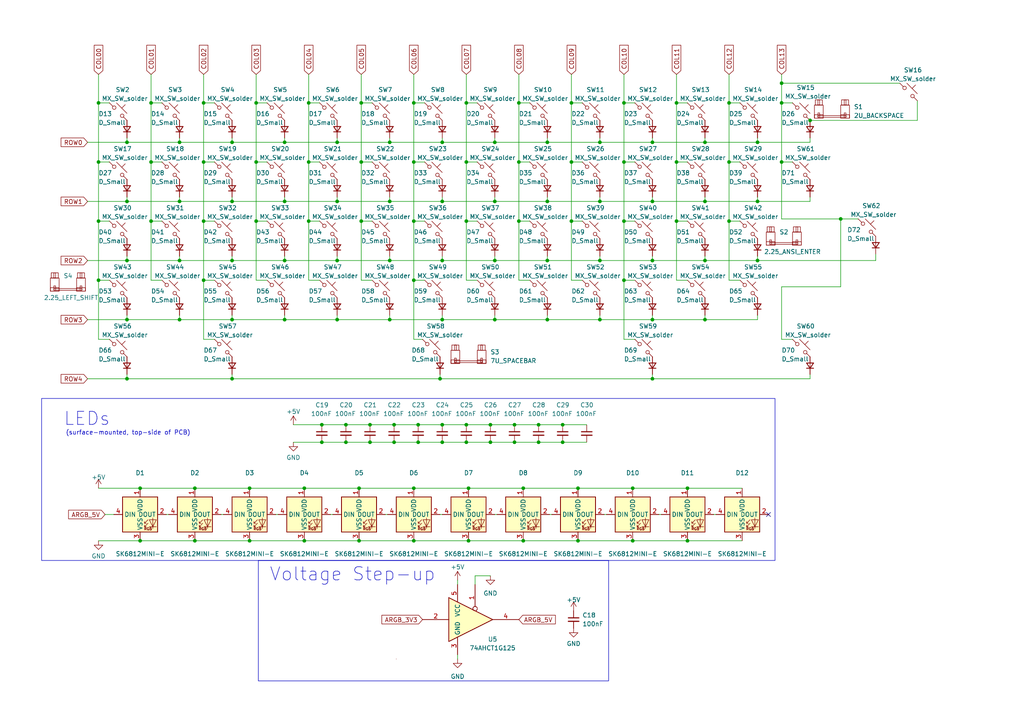
<source format=kicad_sch>
(kicad_sch (version 20230121) (generator eeschema)
  (paper "A4")
  (junction (at 52.07 92.71))
  (junction (at 97.79 58.42))
  (junction (at 113.03 92.71))
  (junction (at 89.535 64.135))
  (junction (at 128.27 75.565))
  (junction (at 173.99 92.71))
  (junction (at 97.79 92.71))
  (junction (at 104.14 141.605))
  (junction (at 28.575 81.28))
  (junction (at 150.495 46.99))
  (junction (at 72.39 141.605))
  (junction (at 113.03 75.565))
  (junction (at 114.3 123.19))
  (junction (at 56.515 156.845))
  (junction (at 165.735 64.135))
  (junction (at 158.75 58.42))
  (junction (at 135.255 123.19))
  (junction (at 104.14 156.845))
  (junction (at 36.83 92.71))
  (junction (at 142.24 128.27))
  (junction (at 150.495 29.845))
  (junction (at 52.07 75.565))
  (junction (at 36.83 109.855))
  (junction (at 143.51 58.42))
  (junction (at 52.07 58.42))
  (junction (at 82.55 92.71))
  (junction (at 52.07 41.275))
  (junction (at 93.345 128.27))
  (junction (at 219.71 41.275))
  (junction (at 97.79 41.275))
  (junction (at 113.03 58.42))
  (junction (at 204.47 41.275))
  (junction (at 151.765 141.605))
  (junction (at 43.815 64.135))
  (junction (at 40.64 156.845))
  (junction (at 219.71 75.565))
  (junction (at 199.39 156.845))
  (junction (at 43.815 29.845))
  (junction (at 121.285 123.19))
  (junction (at 88.265 156.845))
  (junction (at 128.27 41.275))
  (junction (at 67.31 58.42))
  (junction (at 156.21 123.19))
  (junction (at 163.195 123.19))
  (junction (at 128.27 128.27))
  (junction (at 165.735 29.845))
  (junction (at 74.295 64.135))
  (junction (at 59.055 29.845))
  (junction (at 74.295 29.845))
  (junction (at 183.515 156.845))
  (junction (at 28.575 46.99))
  (junction (at 211.455 64.135))
  (junction (at 150.495 64.135))
  (junction (at 211.455 46.99))
  (junction (at 173.99 75.565))
  (junction (at 120.015 29.845))
  (junction (at 199.39 141.605))
  (junction (at 100.33 123.19))
  (junction (at 196.215 46.99))
  (junction (at 189.23 41.275))
  (junction (at 43.815 46.99))
  (junction (at 156.21 128.27))
  (junction (at 67.31 92.71))
  (junction (at 219.71 58.42))
  (junction (at 196.215 29.845))
  (junction (at 180.975 29.845))
  (junction (at 82.55 75.565))
  (junction (at 173.99 41.275))
  (junction (at 149.225 128.27))
  (junction (at 149.225 123.19))
  (junction (at 180.975 81.28))
  (junction (at 100.33 128.27))
  (junction (at 165.735 46.99))
  (junction (at 107.315 128.27))
  (junction (at 59.055 46.99))
  (junction (at 226.695 24.13))
  (junction (at 56.515 141.605))
  (junction (at 189.23 92.71))
  (junction (at 120.015 46.99))
  (junction (at 173.99 58.42))
  (junction (at 113.03 41.275))
  (junction (at 167.64 156.845))
  (junction (at 82.55 58.42))
  (junction (at 120.015 141.605))
  (junction (at 59.055 64.135))
  (junction (at 67.31 75.565))
  (junction (at 104.775 46.99))
  (junction (at 107.315 123.19))
  (junction (at 82.55 41.275))
  (junction (at 204.47 58.42))
  (junction (at 135.255 64.135))
  (junction (at 180.975 64.135))
  (junction (at 127.635 109.855))
  (junction (at 234.95 34.925))
  (junction (at 163.195 128.27))
  (junction (at 120.015 156.845))
  (junction (at 59.055 81.28))
  (junction (at 143.51 75.565))
  (junction (at 74.295 46.99))
  (junction (at 189.23 109.855))
  (junction (at 72.39 156.845))
  (junction (at 40.64 141.605))
  (junction (at 36.83 75.565))
  (junction (at 151.765 156.845))
  (junction (at 204.47 92.71))
  (junction (at 204.47 75.565))
  (junction (at 142.24 123.19))
  (junction (at 189.23 75.565))
  (junction (at 128.27 123.19))
  (junction (at 36.83 58.42))
  (junction (at 120.015 64.135))
  (junction (at 143.51 92.71))
  (junction (at 226.695 46.99))
  (junction (at 104.775 64.135))
  (junction (at 67.31 41.275))
  (junction (at 120.015 81.28))
  (junction (at 243.84 63.5))
  (junction (at 104.775 29.845))
  (junction (at 28.575 64.135))
  (junction (at 226.695 29.845))
  (junction (at 158.75 75.565))
  (junction (at 135.89 141.605))
  (junction (at 158.75 92.71))
  (junction (at 183.515 141.605))
  (junction (at 180.975 46.99))
  (junction (at 114.3 128.27))
  (junction (at 135.255 46.99))
  (junction (at 89.535 46.99))
  (junction (at 135.255 128.27))
  (junction (at 128.27 92.71))
  (junction (at 89.535 29.845))
  (junction (at 128.27 58.42))
  (junction (at 28.575 29.845))
  (junction (at 88.265 141.605))
  (junction (at 143.51 41.275))
  (junction (at 93.345 123.19))
  (junction (at 211.455 29.845))
  (junction (at 36.83 41.275))
  (junction (at 167.64 141.605))
  (junction (at 196.215 64.135))
  (junction (at 97.79 75.565))
  (junction (at 135.89 156.845))
  (junction (at 158.75 41.275))
  (junction (at 135.255 29.845))
  (junction (at 121.285 128.27))
  (junction (at 67.31 109.855))
  (junction (at 189.23 58.42))
  (no_connect (at 222.885 149.225))
  (wire (pts (xy 28.575 81.28) (xy 31.75 81.28)))
  (wire (pts (xy 165.735 64.135) (xy 168.91 64.135)))
  (wire (pts (xy 127.635 108.585) (xy 127.635 109.855)))
  (wire (pts (xy 120.015 64.135) (xy 120.015 81.28)))
  (wire (pts (xy 89.535 29.845) (xy 89.535 46.99)))
  (wire (pts (xy 266.065 29.21) (xy 266.065 34.925)))
  (wire (pts (xy 150.495 21.59) (xy 150.495 29.845)))
  (wire (pts (xy 156.21 128.27) (xy 163.195 128.27)))
  (wire (pts (xy 25.4 41.275) (xy 36.83 41.275)))
  (wire (pts (xy 59.055 81.28) (xy 62.23 81.28)))
  (wire (pts (xy 52.07 91.44) (xy 52.07 92.71)))
  (wire (pts (xy 211.455 64.135) (xy 214.63 64.135)))
  (wire (pts (xy 135.255 123.19) (xy 142.24 123.19)))
  (wire (pts (xy 120.015 29.845) (xy 120.015 46.99)))
  (wire (pts (xy 128.27 41.275) (xy 143.51 41.275)))
  (wire (pts (xy 226.695 63.5) (xy 243.84 63.5)))
  (wire (pts (xy 28.575 46.99) (xy 31.75 46.99)))
  (wire (pts (xy 219.71 92.71) (xy 219.71 91.44)))
  (wire (pts (xy 89.535 21.59) (xy 89.535 29.845)))
  (wire (pts (xy 204.47 40.005) (xy 204.47 41.275)))
  (wire (pts (xy 64.135 149.225) (xy 64.77 149.225)))
  (wire (pts (xy 89.535 46.99) (xy 92.71 46.99)))
  (wire (pts (xy 28.575 29.845) (xy 28.575 46.99)))
  (wire (pts (xy 67.31 40.005) (xy 67.31 41.275)))
  (wire (pts (xy 111.76 149.225) (xy 112.395 149.225)))
  (wire (pts (xy 82.55 41.275) (xy 97.79 41.275)))
  (wire (pts (xy 173.99 40.005) (xy 173.99 41.275)))
  (wire (pts (xy 97.79 92.71) (xy 113.03 92.71)))
  (wire (pts (xy 52.07 75.565) (xy 67.31 75.565)))
  (wire (pts (xy 266.065 34.925) (xy 234.95 34.925)))
  (wire (pts (xy 135.255 81.28) (xy 138.43 81.28)))
  (wire (pts (xy 142.24 123.19) (xy 149.225 123.19)))
  (wire (pts (xy 28.575 64.135) (xy 31.75 64.135)))
  (wire (pts (xy 43.815 46.99) (xy 43.815 64.135)))
  (wire (pts (xy 36.83 40.005) (xy 36.83 41.275)))
  (wire (pts (xy 121.285 123.19) (xy 128.27 123.19)))
  (wire (pts (xy 107.315 123.19) (xy 114.3 123.19)))
  (wire (pts (xy 85.09 128.27) (xy 93.345 128.27)))
  (wire (pts (xy 104.775 29.845) (xy 107.95 29.845)))
  (wire (pts (xy 180.975 64.135) (xy 180.975 81.28)))
  (wire (pts (xy 165.735 29.845) (xy 168.91 29.845)))
  (wire (pts (xy 180.975 46.99) (xy 180.975 64.135)))
  (wire (pts (xy 100.33 123.19) (xy 107.315 123.19)))
  (wire (pts (xy 150.495 29.845) (xy 150.495 46.99)))
  (wire (pts (xy 72.39 156.845) (xy 88.265 156.845)))
  (wire (pts (xy 211.455 46.99) (xy 211.455 64.135)))
  (wire (pts (xy 196.215 29.845) (xy 199.39 29.845)))
  (wire (pts (xy 43.815 64.135) (xy 43.815 81.28)))
  (wire (pts (xy 165.735 46.99) (xy 165.735 64.135)))
  (wire (pts (xy 135.255 64.135) (xy 135.255 81.28)))
  (wire (pts (xy 93.345 123.19) (xy 100.33 123.19)))
  (wire (pts (xy 189.23 74.295) (xy 189.23 75.565)))
  (wire (pts (xy 28.575 46.99) (xy 28.575 64.135)))
  (wire (pts (xy 36.83 75.565) (xy 52.07 75.565)))
  (wire (pts (xy 120.015 29.845) (xy 123.19 29.845)))
  (wire (pts (xy 104.775 46.99) (xy 107.95 46.99)))
  (wire (pts (xy 204.47 92.71) (xy 219.71 92.71)))
  (wire (pts (xy 135.89 156.845) (xy 151.765 156.845)))
  (wire (pts (xy 196.215 64.135) (xy 196.215 81.28)))
  (wire (pts (xy 74.295 46.99) (xy 77.47 46.99)))
  (wire (pts (xy 189.23 57.15) (xy 189.23 58.42)))
  (wire (pts (xy 104.775 81.28) (xy 107.95 81.28)))
  (wire (pts (xy 28.575 81.28) (xy 28.575 98.425)))
  (wire (pts (xy 135.255 46.99) (xy 138.43 46.99)))
  (wire (pts (xy 143.51 58.42) (xy 158.75 58.42)))
  (wire (pts (xy 211.455 64.135) (xy 211.455 81.28)))
  (wire (pts (xy 120.015 156.845) (xy 135.89 156.845)))
  (wire (pts (xy 128.27 57.15) (xy 128.27 58.42)))
  (wire (pts (xy 199.39 156.845) (xy 215.265 156.845)))
  (wire (pts (xy 114.3 123.19) (xy 121.285 123.19)))
  (wire (pts (xy 211.455 81.28) (xy 214.63 81.28)))
  (wire (pts (xy 229.87 29.845) (xy 226.695 29.845)))
  (wire (pts (xy 196.215 21.59) (xy 196.215 29.845)))
  (wire (pts (xy 180.975 29.845) (xy 180.975 46.99)))
  (wire (pts (xy 204.47 57.15) (xy 204.47 58.42)))
  (wire (pts (xy 104.775 21.59) (xy 104.775 29.845)))
  (wire (pts (xy 204.47 75.565) (xy 219.71 75.565)))
  (wire (pts (xy 189.23 41.275) (xy 204.47 41.275)))
  (wire (pts (xy 120.015 64.135) (xy 123.19 64.135)))
  (wire (pts (xy 158.75 74.295) (xy 158.75 75.565)))
  (wire (pts (xy 74.295 29.845) (xy 77.47 29.845)))
  (wire (pts (xy 150.495 81.28) (xy 153.67 81.28)))
  (wire (pts (xy 234.95 58.42) (xy 234.95 57.15)))
  (wire (pts (xy 135.255 128.27) (xy 142.24 128.27)))
  (wire (pts (xy 52.07 40.005) (xy 52.07 41.275)))
  (wire (pts (xy 234.95 109.855) (xy 234.95 108.585)))
  (wire (pts (xy 100.33 128.27) (xy 107.315 128.27)))
  (wire (pts (xy 59.055 46.99) (xy 62.23 46.99)))
  (wire (pts (xy 128.27 58.42) (xy 143.51 58.42)))
  (wire (pts (xy 149.225 123.19) (xy 156.21 123.19)))
  (wire (pts (xy 80.01 149.225) (xy 80.645 149.225)))
  (wire (pts (xy 196.215 29.845) (xy 196.215 46.99)))
  (wire (pts (xy 52.07 92.71) (xy 67.31 92.71)))
  (wire (pts (xy 173.99 74.295) (xy 173.99 75.565)))
  (wire (pts (xy 52.07 41.275) (xy 67.31 41.275)))
  (wire (pts (xy 120.015 81.28) (xy 123.19 81.28)))
  (wire (pts (xy 211.455 29.845) (xy 214.63 29.845)))
  (wire (pts (xy 104.775 64.135) (xy 107.95 64.135)))
  (wire (pts (xy 143.51 149.225) (xy 144.145 149.225)))
  (wire (pts (xy 59.055 29.845) (xy 62.23 29.845)))
  (wire (pts (xy 173.99 41.275) (xy 189.23 41.275)))
  (wire (pts (xy 243.84 63.5) (xy 248.92 63.5)))
  (wire (pts (xy 173.99 58.42) (xy 189.23 58.42)))
  (wire (pts (xy 113.03 92.71) (xy 128.27 92.71)))
  (wire (pts (xy 59.055 98.425) (xy 62.23 98.425)))
  (wire (pts (xy 150.495 64.135) (xy 150.495 81.28)))
  (wire (pts (xy 180.975 46.99) (xy 184.15 46.99)))
  (wire (pts (xy 143.51 40.005) (xy 143.51 41.275)))
  (wire (pts (xy 189.23 92.71) (xy 204.47 92.71)))
  (wire (pts (xy 40.64 141.605) (xy 56.515 141.605)))
  (wire (pts (xy 28.575 156.845) (xy 40.64 156.845)))
  (wire (pts (xy 67.31 57.15) (xy 67.31 58.42)))
  (wire (pts (xy 113.03 57.15) (xy 113.03 58.42)))
  (wire (pts (xy 82.55 57.15) (xy 82.55 58.42)))
  (wire (pts (xy 104.775 64.135) (xy 104.775 81.28)))
  (wire (pts (xy 67.31 58.42) (xy 82.55 58.42)))
  (wire (pts (xy 104.14 156.845) (xy 120.015 156.845)))
  (wire (pts (xy 36.83 58.42) (xy 52.07 58.42)))
  (wire (pts (xy 219.71 75.565) (xy 254 75.565)))
  (wire (pts (xy 97.79 57.15) (xy 97.79 58.42)))
  (wire (pts (xy 74.295 46.99) (xy 74.295 64.135)))
  (wire (pts (xy 226.695 83.185) (xy 226.695 98.425)))
  (wire (pts (xy 151.765 156.845) (xy 167.64 156.845)))
  (wire (pts (xy 183.515 156.845) (xy 199.39 156.845)))
  (wire (pts (xy 243.84 63.5) (xy 243.84 83.185)))
  (wire (pts (xy 82.55 74.295) (xy 82.55 75.565)))
  (wire (pts (xy 204.47 91.44) (xy 204.47 92.71)))
  (wire (pts (xy 52.07 57.15) (xy 52.07 58.42)))
  (wire (pts (xy 167.64 156.845) (xy 183.515 156.845)))
  (wire (pts (xy 135.255 64.135) (xy 138.43 64.135)))
  (wire (pts (xy 25.4 75.565) (xy 36.83 75.565)))
  (wire (pts (xy 97.79 58.42) (xy 113.03 58.42)))
  (wire (pts (xy 36.83 91.44) (xy 36.83 92.71)))
  (wire (pts (xy 243.84 83.185) (xy 226.695 83.185)))
  (wire (pts (xy 150.495 46.99) (xy 153.67 46.99)))
  (wire (pts (xy 143.51 92.71) (xy 158.75 92.71)))
  (wire (pts (xy 163.195 123.19) (xy 170.18 123.19)))
  (wire (pts (xy 120.015 98.425) (xy 122.555 98.425)))
  (wire (pts (xy 56.515 156.845) (xy 72.39 156.845)))
  (wire (pts (xy 226.695 24.13) (xy 226.695 21.59)))
  (wire (pts (xy 43.815 29.845) (xy 46.99 29.845)))
  (wire (pts (xy 93.345 128.27) (xy 100.33 128.27)))
  (wire (pts (xy 180.975 81.28) (xy 184.15 81.28)))
  (wire (pts (xy 25.4 109.855) (xy 36.83 109.855)))
  (wire (pts (xy 204.47 41.275) (xy 219.71 41.275)))
  (wire (pts (xy 89.535 64.135) (xy 89.535 81.28)))
  (wire (pts (xy 254 75.565) (xy 254 73.66)))
  (wire (pts (xy 180.975 21.59) (xy 180.975 29.845)))
  (wire (pts (xy 28.575 64.135) (xy 28.575 81.28)))
  (wire (pts (xy 113.03 40.005) (xy 113.03 41.275)))
  (wire (pts (xy 143.51 75.565) (xy 158.75 75.565)))
  (wire (pts (xy 67.31 109.855) (xy 127.635 109.855)))
  (wire (pts (xy 196.215 46.99) (xy 196.215 64.135)))
  (wire (pts (xy 137.795 169.545) (xy 137.795 167.005)))
  (wire (pts (xy 165.735 29.845) (xy 165.735 46.99)))
  (wire (pts (xy 128.27 74.295) (xy 128.27 75.565)))
  (wire (pts (xy 82.55 40.005) (xy 82.55 41.275)))
  (wire (pts (xy 189.23 40.005) (xy 189.23 41.275)))
  (wire (pts (xy 120.015 46.99) (xy 123.19 46.99)))
  (wire (pts (xy 196.215 64.135) (xy 199.39 64.135)))
  (wire (pts (xy 165.735 81.28) (xy 168.91 81.28)))
  (wire (pts (xy 219.71 58.42) (xy 219.71 57.15)))
  (wire (pts (xy 128.27 92.71) (xy 143.51 92.71)))
  (wire (pts (xy 204.47 58.42) (xy 219.71 58.42)))
  (wire (pts (xy 95.885 149.225) (xy 96.52 149.225)))
  (wire (pts (xy 113.03 91.44) (xy 113.03 92.71)))
  (wire (pts (xy 165.735 21.59) (xy 165.735 29.845)))
  (wire (pts (xy 226.695 46.99) (xy 229.87 46.99)))
  (wire (pts (xy 191.135 149.225) (xy 191.77 149.225)))
  (wire (pts (xy 82.55 75.565) (xy 97.79 75.565)))
  (wire (pts (xy 59.055 46.99) (xy 59.055 64.135)))
  (wire (pts (xy 67.31 75.565) (xy 82.55 75.565)))
  (wire (pts (xy 183.515 141.605) (xy 199.39 141.605)))
  (wire (pts (xy 219.71 75.565) (xy 219.71 74.295)))
  (wire (pts (xy 114.3 128.27) (xy 121.285 128.27)))
  (wire (pts (xy 59.055 29.845) (xy 59.055 46.99)))
  (wire (pts (xy 189.23 108.585) (xy 189.23 109.855)))
  (wire (pts (xy 143.51 91.44) (xy 143.51 92.71)))
  (wire (pts (xy 52.07 58.42) (xy 67.31 58.42)))
  (wire (pts (xy 120.015 21.59) (xy 120.015 29.845)))
  (wire (pts (xy 128.27 123.19) (xy 135.255 123.19)))
  (wire (pts (xy 180.975 81.28) (xy 180.975 98.425)))
  (wire (pts (xy 135.255 29.845) (xy 135.255 46.99)))
  (wire (pts (xy 28.575 29.845) (xy 31.75 29.845)))
  (wire (pts (xy 36.83 57.15) (xy 36.83 58.42)))
  (wire (pts (xy 150.495 29.845) (xy 153.67 29.845)))
  (wire (pts (xy 128.27 75.565) (xy 143.51 75.565)))
  (wire (pts (xy 43.815 21.59) (xy 43.815 29.845)))
  (wire (pts (xy 219.71 41.275) (xy 219.71 40.005)))
  (wire (pts (xy 72.39 141.605) (xy 88.265 141.605)))
  (wire (pts (xy 36.83 74.295) (xy 36.83 75.565)))
  (wire (pts (xy 36.83 109.855) (xy 67.31 109.855)))
  (wire (pts (xy 28.575 21.59) (xy 28.575 29.845)))
  (wire (pts (xy 113.03 74.295) (xy 113.03 75.565)))
  (wire (pts (xy 135.255 29.845) (xy 138.43 29.845)))
  (wire (pts (xy 158.75 92.71) (xy 173.99 92.71)))
  (wire (pts (xy 180.975 64.135) (xy 184.15 64.135)))
  (wire (pts (xy 89.535 81.28) (xy 92.71 81.28)))
  (wire (pts (xy 158.75 58.42) (xy 173.99 58.42)))
  (wire (pts (xy 226.695 29.845) (xy 226.695 24.13)))
  (wire (pts (xy 59.055 81.28) (xy 59.055 98.425)))
  (wire (pts (xy 204.47 74.295) (xy 204.47 75.565)))
  (wire (pts (xy 67.31 91.44) (xy 67.31 92.71)))
  (wire (pts (xy 97.79 91.44) (xy 97.79 92.71)))
  (wire (pts (xy 189.23 91.44) (xy 189.23 92.71)))
  (wire (pts (xy 211.455 46.99) (xy 214.63 46.99)))
  (wire (pts (xy 226.695 24.13) (xy 260.985 24.13)))
  (wire (pts (xy 159.385 149.225) (xy 160.02 149.225)))
  (wire (pts (xy 143.51 41.275) (xy 158.75 41.275)))
  (wire (pts (xy 67.31 74.295) (xy 67.31 75.565)))
  (wire (pts (xy 226.695 29.845) (xy 226.695 46.99)))
  (wire (pts (xy 211.455 21.59) (xy 211.455 29.845)))
  (wire (pts (xy 89.535 29.845) (xy 92.71 29.845)))
  (wire (pts (xy 234.95 41.275) (xy 234.95 40.005)))
  (wire (pts (xy 25.4 92.71) (xy 36.83 92.71)))
  (wire (pts (xy 36.83 92.71) (xy 52.07 92.71)))
  (wire (pts (xy 173.99 75.565) (xy 189.23 75.565)))
  (wire (pts (xy 74.295 21.59) (xy 74.295 29.845)))
  (wire (pts (xy 120.015 81.28) (xy 120.015 98.425)))
  (wire (pts (xy 82.55 58.42) (xy 97.79 58.42)))
  (wire (pts (xy 196.215 81.28) (xy 199.39 81.28)))
  (wire (pts (xy 173.99 91.44) (xy 173.99 92.71)))
  (wire (pts (xy 67.31 92.71) (xy 82.55 92.71)))
  (wire (pts (xy 59.055 64.135) (xy 62.23 64.135)))
  (wire (pts (xy 107.315 128.27) (xy 114.3 128.27)))
  (wire (pts (xy 128.27 40.005) (xy 128.27 41.275)))
  (wire (pts (xy 132.715 189.865) (xy 132.715 191.135)))
  (wire (pts (xy 97.79 75.565) (xy 113.03 75.565)))
  (wire (pts (xy 40.64 156.845) (xy 56.515 156.845)))
  (wire (pts (xy 43.815 46.99) (xy 46.99 46.99)))
  (wire (pts (xy 137.795 167.005) (xy 142.24 167.005)))
  (wire (pts (xy 175.26 149.225) (xy 175.895 149.225)))
  (wire (pts (xy 226.695 98.425) (xy 229.87 98.425)))
  (wire (pts (xy 142.24 128.27) (xy 149.225 128.27)))
  (wire (pts (xy 97.79 74.295) (xy 97.79 75.565)))
  (wire (pts (xy 104.14 141.605) (xy 120.015 141.605)))
  (wire (pts (xy 120.015 141.605) (xy 135.89 141.605)))
  (wire (pts (xy 67.31 108.585) (xy 67.31 109.855)))
  (wire (pts (xy 74.295 64.135) (xy 74.295 81.28)))
  (wire (pts (xy 113.03 41.275) (xy 128.27 41.275)))
  (wire (pts (xy 189.23 75.565) (xy 204.47 75.565)))
  (wire (pts (xy 113.03 58.42) (xy 128.27 58.42)))
  (wire (pts (xy 36.83 108.585) (xy 36.83 109.855)))
  (wire (pts (xy 74.295 81.28) (xy 77.47 81.28)))
  (wire (pts (xy 158.75 57.15) (xy 158.75 58.42)))
  (wire (pts (xy 56.515 141.605) (xy 72.39 141.605)))
  (wire (pts (xy 158.75 40.005) (xy 158.75 41.275)))
  (wire (pts (xy 135.89 141.605) (xy 151.765 141.605)))
  (wire (pts (xy 173.99 92.71) (xy 189.23 92.71)))
  (wire (pts (xy 128.27 128.27) (xy 135.255 128.27)))
  (wire (pts (xy 151.765 141.605) (xy 167.64 141.605)))
  (wire (pts (xy 158.75 41.275) (xy 173.99 41.275)))
  (wire (pts (xy 143.51 57.15) (xy 143.51 58.42)))
  (wire (pts (xy 74.295 64.135) (xy 77.47 64.135)))
  (wire (pts (xy 89.535 46.99) (xy 89.535 64.135)))
  (wire (pts (xy 135.255 46.99) (xy 135.255 64.135)))
  (wire (pts (xy 36.83 41.275) (xy 52.07 41.275)))
  (wire (pts (xy 43.815 81.28) (xy 46.99 81.28)))
  (wire (pts (xy 207.01 149.225) (xy 207.645 149.225)))
  (wire (pts (xy 167.64 141.605) (xy 183.515 141.605)))
  (wire (pts (xy 149.225 128.27) (xy 156.21 128.27)))
  (wire (pts (xy 132.715 168.275) (xy 132.715 169.545)))
  (wire (pts (xy 165.735 64.135) (xy 165.735 81.28)))
  (wire (pts (xy 127.635 149.225) (xy 128.27 149.225)))
  (wire (pts (xy 74.295 29.845) (xy 74.295 46.99)))
  (wire (pts (xy 48.26 149.225) (xy 48.895 149.225)))
  (wire (pts (xy 52.07 74.295) (xy 52.07 75.565)))
  (wire (pts (xy 82.55 91.44) (xy 82.55 92.71)))
  (wire (pts (xy 150.495 46.99) (xy 150.495 64.135)))
  (wire (pts (xy 163.195 128.27) (xy 170.18 128.27)))
  (wire (pts (xy 180.975 29.845) (xy 184.15 29.845)))
  (wire (pts (xy 173.99 57.15) (xy 173.99 58.42)))
  (wire (pts (xy 189.23 109.855) (xy 234.95 109.855)))
  (wire (pts (xy 67.31 41.275) (xy 82.55 41.275)))
  (wire (pts (xy 211.455 29.845) (xy 211.455 46.99)))
  (wire (pts (xy 43.815 29.845) (xy 43.815 46.99)))
  (wire (pts (xy 104.775 46.99) (xy 104.775 64.135)))
  (wire (pts (xy 88.265 141.605) (xy 104.14 141.605)))
  (wire (pts (xy 59.055 21.59) (xy 59.055 29.845)))
  (wire (pts (xy 128.27 91.44) (xy 128.27 92.71)))
  (wire (pts (xy 158.75 75.565) (xy 173.99 75.565)))
  (wire (pts (xy 97.79 40.005) (xy 97.79 41.275)))
  (wire (pts (xy 226.695 46.99) (xy 226.695 63.5)))
  (wire (pts (xy 121.285 128.27) (xy 128.27 128.27)))
  (wire (pts (xy 85.09 123.19) (xy 93.345 123.19)))
  (wire (pts (xy 97.79 41.275) (xy 113.03 41.275)))
  (wire (pts (xy 199.39 141.605) (xy 215.265 141.605)))
  (wire (pts (xy 158.75 91.44) (xy 158.75 92.71)))
  (wire (pts (xy 189.23 58.42) (xy 204.47 58.42)))
  (wire (pts (xy 28.575 141.605) (xy 40.64 141.605)))
  (wire (pts (xy 143.51 74.295) (xy 143.51 75.565)))
  (wire (pts (xy 156.21 123.19) (xy 163.195 123.19)))
  (wire (pts (xy 104.775 29.845) (xy 104.775 46.99)))
  (wire (pts (xy 135.255 21.59) (xy 135.255 29.845)))
  (wire (pts (xy 219.71 41.275) (xy 234.95 41.275)))
  (wire (pts (xy 88.265 156.845) (xy 104.14 156.845)))
  (wire (pts (xy 89.535 64.135) (xy 92.71 64.135)))
  (wire (pts (xy 28.575 98.425) (xy 31.75 98.425)))
  (wire (pts (xy 150.495 64.135) (xy 153.67 64.135)))
  (wire (pts (xy 196.215 46.99) (xy 199.39 46.99)))
  (wire (pts (xy 127.635 109.855) (xy 189.23 109.855)))
  (wire (pts (xy 82.55 92.71) (xy 97.79 92.71)))
  (wire (pts (xy 219.71 58.42) (xy 234.95 58.42)))
  (wire (pts (xy 165.735 46.99) (xy 168.91 46.99)))
  (wire (pts (xy 120.015 46.99) (xy 120.015 64.135)))
  (wire (pts (xy 59.055 64.135) (xy 59.055 81.28)))
  (wire (pts (xy 25.4 58.42) (xy 36.83 58.42)))
  (wire (pts (xy 30.48 149.225) (xy 33.02 149.225)))
  (wire (pts (xy 113.03 75.565) (xy 128.27 75.565)))
  (wire (pts (xy 43.815 64.135) (xy 46.99 64.135)))
  (wire (pts (xy 180.975 98.425) (xy 184.15 98.425)))
  (rectangle (start 12.065 115.57) (end 224.79 162.56))
  (text_box "" (at 74.93 162.56 0) (size 101.6 34.925) (effects (font (size 1.27 1.27)) (justify left top)))
  (text "(surface-mounted, top-side of PCB)" (at 19.05 126.365 0) (effects (font (size 1.27 1.27)) (justify left bottom)))
  (text "LEDs" (at 18.415 123.825 0) (effects (font (size 3.81 3.81)) (justify left bottom)))
  (text "Voltage Step-up" (at 78.105 168.91 0) (effects (font (size 3.81 3.81)) (justify left bottom)))
  (global_label "COL00" (shape input) (at 28.575 21.59 90) (property "Intersheetrefs" "${INTERSHEET_REFS}" (effects hide)))
  (global_label "COL01" (shape input) (at 43.815 21.59 90) (property "Intersheetrefs" "${INTERSHEET_REFS}" (effects hide)))
  (global_label "ROW3" (shape input) (at 25.4 92.71 180) (property "Intersheetrefs" "${INTERSHEET_REFS}" (effects hide)))
  (global_label "ROW2" (shape input) (at 25.4 75.565 180) (property "Intersheetrefs" "${INTERSHEET_REFS}" (effects hide)))
  (global_label "ARGB_5V" (shape input) (at 30.48 149.225 180) (property "Intersheetrefs" "${INTERSHEET_REFS}" (effects hide)))
  (global_label "COL02" (shape input) (at 59.055 21.59 90) (property "Intersheetrefs" "${INTERSHEET_REFS}" (effects hide)))
  (global_label "COL12" (shape input) (at 211.455 21.59 90) (property "Intersheetrefs" "${INTERSHEET_REFS}" (effects hide)))
  (global_label "COL07" (shape input) (at 135.255 21.59 90) (property "Intersheetrefs" "${INTERSHEET_REFS}" (effects hide)))
  (global_label "COL03" (shape input) (at 74.295 21.59 90) (property "Intersheetrefs" "${INTERSHEET_REFS}" (effects hide)))
  (global_label "COL06" (shape input) (at 120.015 21.59 90) (property "Intersheetrefs" "${INTERSHEET_REFS}" (effects hide)))
  (global_label "ROW4" (shape input) (at 25.4 109.855 180) (property "Intersheetrefs" "${INTERSHEET_REFS}" (effects hide)))
  (global_label "COL11" (shape input) (at 196.215 21.59 90) (property "Intersheetrefs" "${INTERSHEET_REFS}" (effects hide)))
  (global_label "ARGB_3V3" (shape input) (at 122.555 179.705 180) (property "Intersheetrefs" "${INTERSHEET_REFS}" (effects hide)))
  (global_label "ROW0" (shape input) (at 25.4 41.275 180) (property "Intersheetrefs" "${INTERSHEET_REFS}" (effects hide)))
  (global_label "ROW1" (shape input) (at 25.4 58.42 180) (property "Intersheetrefs" "${INTERSHEET_REFS}" (effects hide)))
  (global_label "COL10" (shape input) (at 180.975 21.59 90) (property "Intersheetrefs" "${INTERSHEET_REFS}" (effects hide)))
  (global_label "COL09" (shape input) (at 165.735 21.59 90) (property "Intersheetrefs" "${INTERSHEET_REFS}" (effects hide)))
  (global_label "COL04" (shape input) (at 89.535 21.59 90) (property "Intersheetrefs" "${INTERSHEET_REFS}" (effects hide)))
  (global_label "ARGB_5V" (shape input) (at 150.495 179.705 0) (property "Intersheetrefs" "${INTERSHEET_REFS}" (effects hide)))
  (global_label "COL08" (shape input) (at 150.495 21.59 90) (property "Intersheetrefs" "${INTERSHEET_REFS}" (effects hide)))
  (global_label "COL13" (shape input) (at 226.695 21.59 90) (property "Intersheetrefs" "${INTERSHEET_REFS}" (effects hide)))
  (global_label "COL05" (shape input) (at 104.775 21.59 90) (property "Intersheetrefs" "${INTERSHEET_REFS}" (effects hide)))
  (symbol (lib_id "marbastlib-mx:MX_SW_solder") (at 186.69 49.53 0) (unit 1) (in_bom no)
    (property "Reference" "SW27" (at 187.96 43.18 0))
    (property "Value" "MX_SW_solder" (at 188.595 45.72 0))
    (property "Footprint" "marbastlib-mx:SW_MX_1u" (effects hide))
  )
  (symbol (lib_id "Device:D_Small") (at 158.75 54.61 90) (unit 1)
    (property "Reference" "D35" (at 150.495 50.165 90) (effects (justify right)))
    (property "Value" "D_Small" (at 150.495 52.705 90) (effects (justify right)))
    (property "Footprint" "Diode_SMD:D_SOD-123" (effects hide))
    (property "LCSC" "C81598" (effects hide))
  )
  (symbol (lib_name "SK6812MINI-E_1") (lib_id "marbastlib-various:SK6812MINI-E") (at 56.515 149.225 0) (unit 1)
    (property "Reference" "D2" (at 56.515 137.16 0))
    (property "Value" "SK6812MINI-E" (at 56.515 160.655 0))
    (property "Footprint" "marbastlib-various:LED_6028R" (effects hide))
    (property "Datasheet" "https://www.world-semi.com/DownLoadFile/139" (effects hide))
    (property "LCSC" "C5149201" (effects hide))
  )
  (symbol (lib_name "SK6812MINI-E_1") (lib_id "marbastlib-various:SK6812MINI-E") (at 215.265 149.225 0) (unit 1)
    (property "Reference" "D12" (at 215.265 137.16 0))
    (property "Value" "SK6812MINI-E" (at 215.265 160.655 0))
    (property "Footprint" "marbastlib-various:LED_6028R" (effects hide))
    (property "Datasheet" "https://www.world-semi.com/DownLoadFile/139" (effects hide))
    (property "LCSC" "C5149201" (effects hide))
  )
  (symbol (lib_name "SK6812MINI-E_1") (lib_id "marbastlib-various:SK6812MINI-E") (at 72.39 149.225 0) (unit 1)
    (property "Reference" "D3" (at 72.39 137.16 0))
    (property "Value" "SK6812MINI-E" (at 72.39 160.655 0))
    (property "Footprint" "marbastlib-various:LED_6028R" (effects hide))
    (property "Datasheet" "https://www.world-semi.com/DownLoadFile/139" (effects hide))
    (property "LCSC" "C5149201" (effects hide))
  )
  (symbol (lib_name "SK6812MINI-E_1") (lib_id "marbastlib-various:SK6812MINI-E") (at 104.14 149.225 0) (unit 1)
    (property "Reference" "D5" (at 104.14 137.16 0))
    (property "Value" "SK6812MINI-E" (at 104.14 160.655 0))
    (property "Footprint" "marbastlib-various:LED_6028R" (effects hide))
    (property "Datasheet" "https://www.world-semi.com/DownLoadFile/139" (effects hide))
    (property "LCSC" "C5149201" (effects hide))
  )
  (symbol (lib_id "Device:D_Small") (at 127.635 106.045 90) (unit 1)
    (property "Reference" "D68" (at 119.38 101.6 90) (effects (justify right)))
    (property "Value" "D_Small" (at 119.38 104.14 90) (effects (justify right)))
    (property "Footprint" "Diode_SMD:D_SOD-123" (effects hide))
    (property "LCSC" "C81598" (effects hide))
  )
  (symbol (lib_name "SK6812MINI-E_1") (lib_id "marbastlib-various:SK6812MINI-E") (at 183.515 149.225 0) (unit 1)
    (property "Reference" "D10" (at 183.515 137.16 0))
    (property "Value" "SK6812MINI-E" (at 183.515 160.655 0))
    (property "Footprint" "marbastlib-various:LED_6028R" (effects hide))
    (property "Datasheet" "https://www.world-semi.com/DownLoadFile/139" (effects hide))
    (property "LCSC" "C5149201" (effects hide))
  )
  (symbol (lib_id "marbastlib-mx:MX_SW_solder") (at 95.25 66.675 0) (unit 1) (in_bom no)
    (property "Reference" "SW34" (at 96.52 60.325 0))
    (property "Value" "MX_SW_solder" (at 97.155 62.865 0))
    (property "Footprint" "marbastlib-mx:SW_MX_1u" (effects hide))
  )
  (symbol (lib_name "SK6812MINI-E_1") (lib_id "marbastlib-various:SK6812MINI-E") (at 88.265 149.225 0) (unit 1)
    (property "Reference" "D4" (at 88.265 137.16 0))
    (property "Value" "SK6812MINI-E" (at 88.265 160.655 0))
    (property "Footprint" "marbastlib-various:LED_6028R" (effects hide))
    (property "Datasheet" "https://www.world-semi.com/DownLoadFile/139" (effects hide))
    (property "LCSC" "C5149201" (effects hide))
  )
  (symbol (lib_id "marbastlib-mx:MX_SW_solder") (at 34.29 83.82 0) (unit 1) (in_bom no)
    (property "Reference" "SW43" (at 35.56 77.47 0))
    (property "Value" "MX_SW_solder" (at 36.195 80.01 0))
    (property "Footprint" "marbastlib-mx:SW_MX_1u" (effects hide))
  )
  (symbol (lib_id "Device:D_Small") (at 234.95 37.465 90) (unit 1)
    (property "Reference" "D26" (at 226.695 33.02 90) (effects (justify right)))
    (property "Value" "D_Small" (at 226.695 35.56 90) (effects (justify right)))
    (property "Footprint" "Diode_SMD:D_SOD-123" (effects hide))
    (property "LCSC" "C81598" (effects hide))
  )
  (symbol (lib_id "Device:D_Small") (at 67.31 106.045 90) (unit 1)
    (property "Reference" "D67" (at 59.055 101.6 90) (effects (justify right)))
    (property "Value" "D_Small" (at 59.055 104.14 90) (effects (justify right)))
    (property "Footprint" "Diode_SMD:D_SOD-123" (effects hide))
    (property "LCSC" "C81598" (effects hide))
  )
  (symbol (lib_id "Device:D_Small") (at 204.47 54.61 90) (unit 1)
    (property "Reference" "D38" (at 196.215 50.165 90) (effects (justify right)))
    (property "Value" "D_Small" (at 196.215 52.705 90) (effects (justify right)))
    (property "Footprint" "Diode_SMD:D_SOD-123" (effects hide))
    (property "LCSC" "C81598" (effects hide))
  )
  (symbol (lib_id "Device:C_Small") (at 170.18 125.73 0) (unit 1)
    (property "Reference" "C30" (at 168.275 117.475 0) (effects (justify left)))
    (property "Value" "100nF" (at 167.005 120.015 0) (effects (justify left)))
    (property "Footprint" "Capacitor_SMD:C_0402_1005Metric" (effects hide))
    (property "LCSC" "C1525" (effects hide))
  )
  (symbol (lib_id "marbastlib-mx:MX_SW_solder") (at 156.21 66.675 0) (unit 1) (in_bom no)
    (property "Reference" "SW38" (at 157.48 60.325 0))
    (property "Value" "MX_SW_solder" (at 158.115 62.865 0))
    (property "Footprint" "marbastlib-mx:SW_MX_1u" (effects hide))
  )
  (symbol (lib_id "Device:C_Small") (at 163.195 125.73 0) (unit 1)
    (property "Reference" "C29" (at 161.29 117.475 0) (effects (justify left)))
    (property "Value" "100nF" (at 160.02 120.015 0) (effects (justify left)))
    (property "Footprint" "Capacitor_SMD:C_0402_1005Metric" (effects hide))
    (property "LCSC" "C1525" (effects hide))
  )
  (symbol (lib_id "marbastlib-mx:MX_SW_solder") (at 217.17 83.82 0) (unit 1) (in_bom no)
    (property "Reference" "SW55" (at 218.44 77.47 0))
    (property "Value" "MX_SW_solder" (at 219.075 80.01 0))
    (property "Footprint" "marbastlib-mx:SW_MX_1u" (effects hide))
  )
  (symbol (lib_id "marbastlib-mx:MX_SW_solder") (at 186.69 83.82 0) (unit 1) (in_bom no)
    (property "Reference" "SW53" (at 187.96 77.47 0))
    (property "Value" "MX_SW_solder" (at 188.595 80.01 0))
    (property "Footprint" "marbastlib-mx:SW_MX_1u" (effects hide))
  )
  (symbol (lib_id "marbastlib-mx:MX_SW_solder") (at 110.49 49.53 0) (unit 1) (in_bom no)
    (property "Reference" "SW22" (at 111.76 43.18 0))
    (property "Value" "MX_SW_solder" (at 112.395 45.72 0))
    (property "Footprint" "marbastlib-mx:SW_MX_1u" (effects hide))
  )
  (symbol (lib_id "Device:D_Small") (at 113.03 88.9 90) (unit 1)
    (property "Reference" "D58" (at 104.775 84.455 90) (effects (justify right)))
    (property "Value" "D_Small" (at 104.775 86.995 90) (effects (justify right)))
    (property "Footprint" "Diode_SMD:D_SOD-123" (effects hide))
    (property "LCSC" "C81598" (effects hide))
  )
  (symbol (lib_id "Device:D_Small") (at 82.55 37.465 90) (unit 1)
    (property "Reference" "D16" (at 74.295 33.02 90) (effects (justify right)))
    (property "Value" "D_Small" (at 74.295 35.56 90) (effects (justify right)))
    (property "Footprint" "Diode_SMD:D_SOD-123" (effects hide))
    (property "LCSC" "C81598" (effects hide))
  )
  (symbol (lib_id "marbastlib-mx:MX_SW_solder") (at 64.77 32.385 0) (unit 1) (in_bom no)
    (property "Reference" "SW4" (at 66.04 26.035 0))
    (property "Value" "MX_SW_solder" (at 66.675 28.575 0))
    (property "Footprint" "marbastlib-mx:SW_MX_1u" (effects hide))
  )
  (symbol (lib_id "Device:D_Small") (at 128.27 54.61 90) (unit 1)
    (property "Reference" "D33" (at 120.015 50.165 90) (effects (justify right)))
    (property "Value" "D_Small" (at 120.015 52.705 90) (effects (justify right)))
    (property "Footprint" "Diode_SMD:D_SOD-123" (effects hide))
    (property "LCSC" "C81598" (effects hide))
  )
  (symbol (lib_id "marbastlib-mx:MX_SW_solder") (at 201.93 32.385 0) (unit 1) (in_bom no)
    (property "Reference" "SW13" (at 203.2 26.035 0))
    (property "Value" "MX_SW_solder" (at 203.835 28.575 0))
    (property "Footprint" "marbastlib-mx:SW_MX_1u" (effects hide))
  )
  (symbol (lib_id "Device:D_Small") (at 82.55 54.61 90) (unit 1)
    (property "Reference" "D30" (at 74.295 50.165 90) (effects (justify right)))
    (property "Value" "D_Small" (at 74.295 52.705 90) (effects (justify right)))
    (property "Footprint" "Diode_SMD:D_SOD-123" (effects hide))
    (property "LCSC" "C81598" (effects hide))
  )
  (symbol (lib_id "marbastlib-mx:MX_SW_solder") (at 171.45 32.385 0) (unit 1) (in_bom no)
    (property "Reference" "SW11" (at 172.72 26.035 0))
    (property "Value" "MX_SW_solder" (at 173.355 28.575 0))
    (property "Footprint" "marbastlib-mx:SW_MX_1u" (effects hide))
  )
  (symbol (lib_id "Device:D_Small") (at 234.95 106.045 90) (unit 1)
    (property "Reference" "D70" (at 226.695 101.6 90) (effects (justify right)))
    (property "Value" "D_Small" (at 226.695 104.14 90) (effects (justify right)))
    (property "Footprint" "Diode_SMD:D_SOD-123" (effects hide))
    (property "LCSC" "C81598" (effects hide))
  )
  (symbol (lib_id "marbastlib-mx:MX_SW_solder") (at 171.45 83.82 0) (unit 1) (in_bom no)
    (property "Reference" "SW52" (at 172.72 77.47 0))
    (property "Value" "MX_SW_solder" (at 173.355 80.01 0))
    (property "Footprint" "marbastlib-mx:SW_MX_1u" (effects hide))
  )
  (symbol (lib_id "power:+5V") (at 132.715 168.275 0) (unit 1)
    (property "Reference" "#PWR031" (effects hide))
    (property "Value" "+5V" (at 132.715 164.465 0))
  )
  (symbol (lib_id "marbastlib-mx:MX_SW_solder") (at 140.97 32.385 0) (unit 1) (in_bom no)
    (property "Reference" "SW9" (at 142.24 26.035 0))
    (property "Value" "MX_SW_solder" (at 142.875 28.575 0))
    (property "Footprint" "marbastlib-mx:SW_MX_1u" (effects hide))
  )
  (symbol (lib_id "power:+5V") (at 28.575 141.605 0) (unit 1)
    (property "Reference" "#PWR029" (effects hide))
    (property "Value" "+5V" (at 28.575 138.43 0))
  )
  (symbol (lib_id "marbastlib-various:SK6812MINI-E") (at 40.64 149.225 0) (unit 1)
    (property "Reference" "D1" (at 40.64 137.16 0))
    (property "Value" "SK6812MINI-E" (at 40.64 160.655 0))
    (property "Footprint" "marbastlib-various:LED_6028R" (effects hide))
    (property "Datasheet" "https://www.world-semi.com/DownLoadFile/139" (effects hide))
    (property "LCSC" "C5149201" (effects hide))
  )
  (symbol (lib_id "marbastlib-mx:MX_SW_solder") (at 125.73 83.82 0) (unit 1) (in_bom no)
    (property "Reference" "SW49" (at 127 77.47 0))
    (property "Value" "MX_SW_solder" (at 127.635 80.01 0))
    (property "Footprint" "marbastlib-mx:SW_MX_1u" (effects hide))
  )
  (symbol (lib_id "Device:C_Small") (at 93.345 125.73 0) (unit 1)
    (property "Reference" "C19" (at 91.44 117.475 0) (effects (justify left)))
    (property "Value" "100nF" (at 90.17 120.015 0) (effects (justify left)))
    (property "Footprint" "Capacitor_SMD:C_0402_1005Metric" (effects hide))
    (property "LCSC" "C1525" (effects hide))
  )
  (symbol (lib_id "marbastlib-mx:MX_SW_solder") (at 80.01 49.53 0) (unit 1) (in_bom no)
    (property "Reference" "SW20" (at 81.28 43.18 0))
    (property "Value" "MX_SW_solder" (at 81.915 45.72 0))
    (property "Footprint" "marbastlib-mx:SW_MX_1u" (effects hide))
  )
  (symbol (lib_id "Device:C_Small") (at 121.285 125.73 0) (unit 1)
    (property "Reference" "C23" (at 119.38 117.475 0) (effects (justify left)))
    (property "Value" "100nF" (at 118.11 120.015 0) (effects (justify left)))
    (property "Footprint" "Capacitor_SMD:C_0402_1005Metric" (effects hide))
    (property "LCSC" "C1525" (effects hide))
  )
  (symbol (lib_id "marbastlib-mx:MX_SW_solder") (at 186.69 100.965 0) (unit 1) (in_bom no)
    (property "Reference" "SW59" (at 187.96 94.615 0))
    (property "Value" "MX_SW_solder" (at 188.595 97.155 0))
    (property "Footprint" "marbastlib-mx:SW_MX_1.5u" (effects hide))
  )
  (symbol (lib_id "marbastlib-mx:MX_SW_solder") (at 80.01 66.675 0) (unit 1) (in_bom no)
    (property "Reference" "SW33" (at 81.28 60.325 0))
    (property "Value" "MX_SW_solder" (at 81.915 62.865 0))
    (property "Footprint" "marbastlib-mx:SW_MX_1u" (effects hide))
  )
  (symbol (lib_id "Device:C_Small") (at 128.27 125.73 0) (unit 1)
    (property "Reference" "C24" (at 126.365 117.475 0) (effects (justify left)))
    (property "Value" "100nF" (at 125.095 120.015 0) (effects (justify left)))
    (property "Footprint" "Capacitor_SMD:C_0402_1005Metric" (effects hide))
    (property "LCSC" "C1525" (effects hide))
  )
  (symbol (lib_id "marbastlib-mx:MX_SW_solder") (at 125.73 49.53 0) (unit 1) (in_bom no)
    (property "Reference" "SW23" (at 127 43.18 0))
    (property "Value" "MX_SW_solder" (at 127.635 45.72 0))
    (property "Footprint" "marbastlib-mx:SW_MX_1u" (effects hide))
  )
  (symbol (lib_id "Device:D_Small") (at 82.55 71.755 90) (unit 1)
    (property "Reference" "D43" (at 74.295 67.31 90) (effects (justify right)))
    (property "Value" "D_Small" (at 74.295 69.85 90) (effects (justify right)))
    (property "Footprint" "Diode_SMD:D_SOD-123" (effects hide))
    (property "LCSC" "C81598" (effects hide))
  )
  (symbol (lib_id "marbastlib-mx:MX_SW_solder") (at 140.97 66.675 0) (unit 1) (in_bom no)
    (property "Reference" "SW37" (at 142.24 60.325 0))
    (property "Value" "MX_SW_solder" (at 142.875 62.865 0))
    (property "Footprint" "marbastlib-mx:SW_MX_1u" (effects hide))
  )
  (symbol (lib_id "Device:D_Small") (at 143.51 88.9 90) (unit 1)
    (property "Reference" "D60" (at 135.255 84.455 90) (effects (justify right)))
    (property "Value" "D_Small" (at 135.255 86.995 90) (effects (justify right)))
    (property "Footprint" "Diode_SMD:D_SOD-123" (effects hide))
    (property "LCSC" "C81598" (effects hide))
  )
  (symbol (lib_id "marbastlib-mx:MX_SW_solder") (at 80.01 83.82 0) (unit 1) (in_bom no)
    (property "Reference" "SW46" (at 81.28 77.47 0))
    (property "Value" "MX_SW_solder" (at 81.915 80.01 0))
    (property "Footprint" "marbastlib-mx:SW_MX_1u" (effects hide))
  )
  (symbol (lib_id "marbastlib-mx:MX_SW_solder") (at 201.93 49.53 0) (unit 1) (in_bom no)
    (property "Reference" "SW28" (at 203.2 43.18 0))
    (property "Value" "MX_SW_solder" (at 203.835 45.72 0))
    (property "Footprint" "marbastlib-mx:SW_MX_1u" (effects hide))
  )
  (symbol (lib_id "Device:D_Small") (at 234.95 54.61 90) (unit 1)
    (property "Reference" "D71" (at 226.695 50.165 90) (effects (justify right)))
    (property "Value" "D_Small" (at 226.695 52.705 90) (effects (justify right)))
    (property "Footprint" "Diode_SMD:D_SOD-123" (effects hide))
    (property "LCSC" "C81598" (effects hide))
  )
  (symbol (lib_id "Device:C_Small") (at 166.37 179.705 0) (unit 1)
    (property "Reference" "C18" (at 168.91 178.435 0) (effects (justify left)))
    (property "Value" "100nF" (at 168.91 180.975 0) (effects (justify left)))
    (property "Footprint" "Capacitor_SMD:C_0402_1005Metric" (effects hide))
    (property "LCSC" "C1525" (effects hide))
  )
  (symbol (lib_id "Device:D_Small") (at 189.23 54.61 90) (unit 1)
    (property "Reference" "D37" (at 180.975 50.165 90) (effects (justify right)))
    (property "Value" "D_Small" (at 180.975 52.705 90) (effects (justify right)))
    (property "Footprint" "Diode_SMD:D_SOD-123" (effects hide))
    (property "LCSC" "C81598" (effects hide))
  )
  (symbol (lib_id "Device:D_Small") (at 128.27 88.9 90) (unit 1)
    (property "Reference" "D59" (at 120.015 84.455 90) (effects (justify right)))
    (property "Value" "D_Small" (at 120.015 86.995 90) (effects (justify right)))
    (property "Footprint" "Diode_SMD:D_SOD-123" (effects hide))
    (property "LCSC" "C81598" (effects hide))
  )
  (symbol (lib_id "marbastlib-mx:MX_SW_solder") (at 201.93 66.675 0) (unit 1) (in_bom no)
    (property "Reference" "SW41" (at 203.2 60.325 0))
    (property "Value" "MX_SW_solder" (at 203.835 62.865 0))
    (property "Footprint" "marbastlib-mx:SW_MX_1u" (effects hide))
  )
  (symbol (lib_id "marbastlib-mx:MX_stab") (at 135.89 102.87 0) (unit 1)
    (property "Reference" "S3" (at 142.24 102.108 0) (effects (justify left)))
    (property "Value" "7U_SPACEBAR" (at 142.24 104.648 0) (effects (justify left)))
    (property "Footprint" "marbastlib-mx:STAB_MX_P_7u" (effects hide))
  )
  (symbol (lib_id "Device:D_Small") (at 52.07 71.755 90) (unit 1)
    (property "Reference" "D41" (at 43.815 67.31 90) (effects (justify right)))
    (property "Value" "D_Small" (at 43.815 69.85 90) (effects (justify right)))
    (property "Footprint" "Diode_SMD:D_SOD-123" (effects hide))
    (property "LCSC" "C81598" (effects hide))
  )
  (symbol (lib_id "Device:D_Small") (at 52.07 54.61 90) (unit 1)
    (property "Reference" "D28" (at 43.815 50.165 90) (effects (justify right)))
    (property "Value" "D_Small" (at 43.815 52.705 90) (effects (justify right)))
    (property "Footprint" "Diode_SMD:D_SOD-123" (effects hide))
    (property "LCSC" "C81598" (effects hide))
  )
  (symbol (lib_id "Device:D_Small") (at 189.23 71.755 90) (unit 1)
    (property "Reference" "D50" (at 180.975 67.31 90) (effects (justify right)))
    (property "Value" "D_Small" (at 180.975 69.85 90) (effects (justify right)))
    (property "Footprint" "Diode_SMD:D_SOD-123" (effects hide))
    (property "LCSC" "C81598" (effects hide))
  )
  (symbol (lib_id "marbastlib-mx:MX_SW_solder") (at 232.41 100.965 0) (unit 1) (in_bom no)
    (property "Reference" "SW60" (at 233.68 94.615 0))
    (property "Value" "MX_SW_solder" (at 234.315 97.155 0))
    (property "Footprint" "marbastlib-mx:SW_MX_1.5u" (effects hide))
  )
  (symbol (lib_id "marbastlib-mx:MX_SW_solder") (at 125.73 32.385 0) (unit 1) (in_bom no)
    (property "Reference" "SW8" (at 127 26.035 0))
    (property "Value" "MX_SW_solder" (at 127.635 28.575 0))
    (property "Footprint" "marbastlib-mx:SW_MX_1u" (effects hide))
  )
  (symbol (lib_id "marbastlib-mx:MX_SW_solder") (at 64.77 100.965 0) (unit 1) (in_bom no)
    (property "Reference" "SW57" (at 66.04 94.615 0))
    (property "Value" "MX_SW_solder" (at 66.675 97.155 0))
    (property "Footprint" "marbastlib-mx:SW_MX_1.5u" (effects hide))
  )
  (symbol (lib_id "Device:D_Small") (at 189.23 37.465 90) (unit 1)
    (property "Reference" "D23" (at 180.975 33.02 90) (effects (justify right)))
    (property "Value" "D_Small" (at 180.975 35.56 90) (effects (justify right)))
    (property "Footprint" "Diode_SMD:D_SOD-123" (effects hide))
    (property "LCSC" "C81598" (effects hide))
  )
  (symbol (lib_id "power:+5V") (at 85.09 123.19 0) (unit 1)
    (property "Reference" "#PWR036" (effects hide))
    (property "Value" "+5V" (at 85.09 119.38 0))
  )
  (symbol (lib_id "Device:D_Small") (at 82.55 88.9 90) (unit 1)
    (property "Reference" "D56" (at 74.295 84.455 90) (effects (justify right)))
    (property "Value" "D_Small" (at 74.295 86.995 90) (effects (justify right)))
    (property "Footprint" "Diode_SMD:D_SOD-123" (effects hide))
    (property "LCSC" "C81598" (effects hide))
  )
  (symbol (lib_id "marbastlib-mx:MX_stab") (at 19.685 81.915 0) (unit 1)
    (property "Reference" "S4" (at 18.415 80.01 0) (effects (justify left)))
    (property "Value" "2.25_LEFT_SHIFT" (at 12.7 86.36 0) (effects (justify left)))
    (property "Footprint" "marbastlib-mx:STAB_MX_2.25u" (effects hide))
  )
  (symbol (lib_id "Device:D_Small") (at 143.51 37.465 90) (unit 1)
    (property "Reference" "D20" (at 135.255 33.02 90) (effects (justify right)))
    (property "Value" "D_Small" (at 135.255 35.56 90) (effects (justify right)))
    (property "Footprint" "Diode_SMD:D_SOD-123" (effects hide))
    (property "LCSC" "C81598" (effects hide))
  )
  (symbol (lib_id "Device:D_Small") (at 173.99 37.465 90) (unit 1)
    (property "Reference" "D22" (at 165.735 33.02 90) (effects (justify right)))
    (property "Value" "D_Small" (at 165.735 35.56 90) (effects (justify right)))
    (property "Footprint" "Diode_SMD:D_SOD-123" (effects hide))
    (property "LCSC" "C81598" (effects hide))
  )
  (symbol (lib_id "marbastlib-mx:MX_SW_solder") (at 64.77 66.675 0) (unit 1) (in_bom no)
    (property "Reference" "SW32" (at 66.04 60.325 0))
    (property "Value" "MX_SW_solder" (at 66.675 62.865 0))
    (property "Footprint" "marbastlib-mx:SW_MX_1u" (effects hide))
  )
  (symbol (lib_name "SK6812MINI-E_1") (lib_id "marbastlib-various:SK6812MINI-E") (at 151.765 149.225 0) (unit 1)
    (property "Reference" "D8" (at 151.765 137.16 0))
    (property "Value" "SK6812MINI-E" (at 151.765 160.655 0))
    (property "Footprint" "marbastlib-various:LED_6028R" (effects hide))
    (property "Datasheet" "https://www.world-semi.com/DownLoadFile/139" (effects hide))
    (property "LCSC" "C5149201" (effects hide))
  )
  (symbol (lib_id "Device:D_Small") (at 219.71 88.9 90) (unit 1)
    (property "Reference" "D65" (at 211.455 84.455 90) (effects (justify right)))
    (property "Value" "D_Small" (at 211.455 86.995 90) (effects (justify right)))
    (property "Footprint" "Diode_SMD:D_SOD-123" (effects hide))
    (property "LCSC" "C81598" (effects hide))
  )
  (symbol (lib_id "Device:D_Small") (at 173.99 71.755 90) (unit 1)
    (property "Reference" "D49" (at 165.735 67.31 90) (effects (justify right)))
    (property "Value" "D_Small" (at 165.735 69.85 90) (effects (justify right)))
    (property "Footprint" "Diode_SMD:D_SOD-123" (effects hide))
    (property "LCSC" "C81598" (effects hide))
  )
  (symbol (lib_id "Device:C_Small") (at 142.24 125.73 0) (unit 1)
    (property "Reference" "C26" (at 140.335 117.475 0) (effects (justify left)))
    (property "Value" "100nF" (at 139.065 120.015 0) (effects (justify left)))
    (property "Footprint" "Capacitor_SMD:C_0402_1005Metric" (effects hide))
    (property "LCSC" "C1525" (effects hide))
  )
  (symbol (lib_id "marbastlib-mx:MX_SW_solder") (at 232.41 49.53 0) (unit 1) (in_bom no)
    (property "Reference" "SW61" (at 233.68 43.18 0))
    (property "Value" "MX_SW_solder" (at 234.315 45.72 0))
    (property "Footprint" "marbastlib-mx:SW_MX_1u" (effects hide))
  )
  (symbol (lib_id "marbastlib-mx:MX_SW_solder") (at 49.53 66.675 0) (unit 1) (in_bom no)
    (property "Reference" "SW31" (at 50.8 60.325 0))
    (property "Value" "MX_SW_solder" (at 51.435 62.865 0))
    (property "Footprint" "marbastlib-mx:SW_MX_1u" (effects hide))
  )
  (symbol (lib_id "marbastlib-mx:MX_SW_solder") (at 217.17 66.675 0) (unit 1) (in_bom no)
    (property "Reference" "SW42" (at 218.44 60.325 0))
    (property "Value" "MX_SW_solder" (at 219.075 62.865 0))
    (property "Footprint" "marbastlib-mx:SW_MX_1u" (effects hide))
  )
  (symbol (lib_id "marbastlib-mx:MX_SW_solder") (at 171.45 49.53 0) (unit 1) (in_bom no)
    (property "Reference" "SW26" (at 172.72 43.18 0))
    (property "Value" "MX_SW_solder" (at 173.355 45.72 0))
    (property "Footprint" "marbastlib-mx:SW_MX_1u" (effects hide))
  )
  (symbol (lib_id "Device:C_Small") (at 107.315 125.73 0) (unit 1)
    (property "Reference" "C21" (at 105.41 117.475 0) (effects (justify left)))
    (property "Value" "100nF" (at 104.14 120.015 0) (effects (justify left)))
    (property "Footprint" "Capacitor_SMD:C_0402_1005Metric" (effects hide))
    (property "LCSC" "C1525" (effects hide))
  )
  (symbol (lib_id "Device:D_Small") (at 204.47 71.755 90) (unit 1)
    (property "Reference" "D51" (at 196.215 67.31 90) (effects (justify right)))
    (property "Value" "D_Small" (at 196.215 69.85 90) (effects (justify right)))
    (property "Footprint" "Diode_SMD:D_SOD-123" (effects hide))
    (property "LCSC" "C81598" (effects hide))
  )
  (symbol (lib_id "power:GND") (at 142.24 167.005 0) (unit 1)
    (property "Reference" "#PWR032" (effects hide))
    (property "Value" "GND" (at 142.24 172.085 0))
  )
  (symbol (lib_id "Device:C_Small") (at 100.33 125.73 0) (unit 1)
    (property "Reference" "C20" (at 98.425 117.475 0) (effects (justify left)))
    (property "Value" "100nF" (at 97.155 120.015 0) (effects (justify left)))
    (property "Footprint" "Capacitor_SMD:C_0402_1005Metric" (effects hide))
    (property "LCSC" "C1525" (effects hide))
  )
  (symbol (lib_id "marbastlib-mx:MX_SW_solder") (at 186.69 32.385 0) (unit 1) (in_bom no)
    (property "Reference" "SW12" (at 187.96 26.035 0))
    (property "Value" "MX_SW_solder" (at 188.595 28.575 0))
    (property "Footprint" "marbastlib-mx:SW_MX_1u" (effects hide))
  )
  (symbol (lib_id "marbastlib-mx:MX_SW_solder") (at 49.53 83.82 0) (unit 1) (in_bom no)
    (property "Reference" "SW44" (at 50.8 77.47 0))
    (property "Value" "MX_SW_solder" (at 51.435 80.01 0))
    (property "Footprint" "marbastlib-mx:SW_MX_1u" (effects hide))
  )
  (symbol (lib_id "marbastlib-mx:MX_SW_solder") (at 201.93 83.82 0) (unit 1) (in_bom no)
    (property "Reference" "SW54" (at 203.2 77.47 0))
    (property "Value" "MX_SW_solder" (at 203.835 80.01 0))
    (property "Footprint" "marbastlib-mx:SW_MX_1.75u" (effects hide))
  )
  (symbol (lib_name "SK6812MINI-E_1") (lib_id "marbastlib-various:SK6812MINI-E") (at 167.64 149.225 0) (unit 1)
    (property "Reference" "D9" (at 167.64 137.16 0))
    (property "Value" "SK6812MINI-E" (at 167.64 160.655 0))
    (property "Footprint" "marbastlib-various:LED_6028R" (effects hide))
    (property "Datasheet" "https://www.world-semi.com/DownLoadFile/139" (effects hide))
    (property "LCSC" "C5149201" (effects hide))
  )
  (symbol (lib_id "Device:D_Small") (at 97.79 88.9 90) (unit 1)
    (property "Reference" "D57" (at 89.535 84.455 90) (effects (justify right)))
    (property "Value" "D_Small" (at 89.535 86.995 90) (effects (justify right)))
    (property "Footprint" "Diode_SMD:D_SOD-123" (effects hide))
    (property "LCSC" "C81598" (effects hide))
  )
  (symbol (lib_id "Device:D_Small") (at 113.03 71.755 90) (unit 1)
    (property "Reference" "D45" (at 104.775 67.31 90) (effects (justify right)))
    (property "Value" "D_Small" (at 104.775 69.85 90) (effects (justify right)))
    (property "Footprint" "Diode_SMD:D_SOD-123" (effects hide))
    (property "LCSC" "C81598" (effects hide))
  )
  (symbol (lib_id "Device:D_Small") (at 219.71 54.61 90) (unit 1)
    (property "Reference" "D39" (at 211.455 50.165 90) (effects (justify right)))
    (property "Value" "D_Small" (at 211.455 52.705 90) (effects (justify right)))
    (property "Footprint" "Diode_SMD:D_SOD-123" (effects hide))
    (property "LCSC" "C81598" (effects hide))
  )
  (symbol (lib_id "marbastlib-mx:MX_SW_solder") (at 156.21 49.53 0) (unit 1) (in_bom no)
    (property "Reference" "SW25" (at 157.48 43.18 0))
    (property "Value" "MX_SW_solder" (at 158.115 45.72 0))
    (property "Footprint" "marbastlib-mx:SW_MX_1u" (effects hide))
  )
  (symbol (lib_id "Device:D_Small") (at 52.07 88.9 90) (unit 1)
    (property "Reference" "D54" (at 43.815 84.455 90) (effects (justify right)))
    (property "Value" "D_Small" (at 43.815 86.995 90) (effects (justify right)))
    (property "Footprint" "Diode_SMD:D_SOD-123" (effects hide))
    (property "LCSC" "C81598" (effects hide))
  )
  (symbol (lib_id "Device:D_Small") (at 67.31 71.755 90) (unit 1)
    (property "Reference" "D42" (at 59.055 67.31 90) (effects (justify right)))
    (property "Value" "D_Small" (at 59.055 69.85 90) (effects (justify right)))
    (property "Footprint" "Diode_SMD:D_SOD-123" (effects hide))
    (property "LCSC" "C81598" (effects hide))
  )
  (symbol (lib_id "marbastlib-mx:MX_SW_solder") (at 95.25 83.82 0) (unit 1) (in_bom no)
    (property "Reference" "SW47" (at 96.52 77.47 0))
    (property "Value" "MX_SW_solder" (at 97.155 80.01 0))
    (property "Footprint" "marbastlib-mx:SW_MX_1u" (effects hide))
  )
  (symbol (lib_id "marbastlib-mx:MX_SW_solder") (at 110.49 83.82 0) (unit 1) (in_bom no)
    (property "Reference" "SW48" (at 111.76 77.47 0))
    (property "Value" "MX_SW_solder" (at 112.395 80.01 0))
    (property "Footprint" "marbastlib-mx:SW_MX_1u" (effects hide))
  )
  (symbol (lib_id "Device:D_Small") (at 189.23 88.9 90) (unit 1)
    (property "Reference" "D63" (at 180.975 84.455 90) (effects (justify right)))
    (property "Value" "D_Small" (at 180.975 86.995 90) (effects (justify right)))
    (property "Footprint" "Diode_SMD:D_SOD-123" (effects hide))
    (property "LCSC" "C81598" (effects hide))
  )
  (symbol (lib_id "Device:D_Small") (at 204.47 88.9 90) (unit 1)
    (property "Reference" "D64" (at 196.215 84.455 90) (effects (justify right)))
    (property "Value" "D_Small" (at 196.215 86.995 90) (effects (justify right)))
    (property "Footprint" "Diode_SMD:D_SOD-123" (effects hide))
    (property "LCSC" "C81598" (effects hide))
  )
  (symbol (lib_id "Device:D_Small") (at 67.31 37.465 90) (unit 1)
    (property "Reference" "D15" (at 59.055 33.02 90) (effects (justify right)))
    (property "Value" "D_Small" (at 59.055 35.56 90) (effects (justify right)))
    (property "Footprint" "Diode_SMD:D_SOD-123" (effects hide))
    (property "LCSC" "C81598" (effects hide))
  )
  (symbol (lib_id "marbastlib-mx:MX_SW_solder") (at 34.29 49.53 0) (unit 1) (in_bom no)
    (property "Reference" "SW17" (at 35.56 43.18 0))
    (property "Value" "MX_SW_solder" (at 36.195 45.72 0))
    (property "Footprint" "marbastlib-mx:SW_MX_1.5u" (effects hide))
  )
  (symbol (lib_id "marbastlib-mx:MX_SW_solder") (at 217.17 32.385 0) (unit 1) (in_bom no)
    (property "Reference" "SW14" (at 218.44 26.035 0))
    (property "Value" "MX_SW_solder" (at 219.075 28.575 0))
    (property "Footprint" "marbastlib-mx:SW_MX_1u" (effects hide))
  )
  (symbol (lib_id "74xGxx:74AHCT1G125") (at 137.795 179.705 0) (unit 1)
    (property "Reference" "U5" (at 142.875 185.42 0))
    (property "Value" "74AHCT1G125" (at 142.875 187.96 0))
    (property "Footprint" "Package_TO_SOT_SMD:SOT-23-5" (effects hide))
    (property "Datasheet" "http://www.ti.com/lit/sg/scyt129e/scyt129e.pdf" (effects hide))
    (property "LCSC" "C7484" (effects hide))
  )
  (symbol (lib_id "Device:C_Small") (at 156.21 125.73 0) (unit 1)
    (property "Reference" "C28" (at 154.305 117.475 0) (effects (justify left)))
    (property "Value" "100nF" (at 153.035 120.015 0) (effects (justify left)))
    (property "Footprint" "Capacitor_SMD:C_0402_1005Metric" (effects hide))
    (property "LCSC" "C1525" (effects hide))
  )
  (symbol (lib_id "Device:D_Small") (at 143.51 54.61 90) (unit 1)
    (property "Reference" "D34" (at 135.255 50.165 90) (effects (justify right)))
    (property "Value" "D_Small" (at 135.255 52.705 90) (effects (justify right)))
    (property "Footprint" "Diode_SMD:D_SOD-123" (effects hide))
    (property "LCSC" "C81598" (effects hide))
  )
  (symbol (lib_id "marbastlib-mx:MX_SW_solder") (at 140.97 83.82 0) (unit 1) (in_bom no)
    (property "Reference" "SW50" (at 142.24 77.47 0))
    (property "Value" "MX_SW_solder" (at 142.875 80.01 0))
    (property "Footprint" "marbastlib-mx:SW_MX_1u" (effects hide))
  )
  (symbol (lib_name "SK6812MINI-E_1") (lib_id "marbastlib-various:SK6812MINI-E") (at 120.015 149.225 0) (unit 1)
    (property "Reference" "D6" (at 120.015 137.16 0))
    (property "Value" "SK6812MINI-E" (at 120.015 160.655 0))
    (property "Footprint" "marbastlib-various:LED_6028R" (effects hide))
    (property "Datasheet" "https://www.world-semi.com/DownLoadFile/139" (effects hide))
    (property "LCSC" "C5149201" (effects hide))
  )
  (symbol (lib_name "SK6812MINI-E_1") (lib_id "marbastlib-various:SK6812MINI-E") (at 199.39 149.225 0) (unit 1)
    (property "Reference" "D11" (at 199.39 137.16 0))
    (property "Value" "SK6812MINI-E" (at 199.39 160.655 0))
    (property "Footprint" "marbastlib-various:LED_6028R" (effects hide))
    (property "Datasheet" "https://www.world-semi.com/DownLoadFile/139" (effects hide))
    (property "LCSC" "C5149201" (effects hide))
  )
  (symbol (lib_id "marbastlib-mx:MX_SW_solder") (at 110.49 66.675 0) (unit 1) (in_bom no)
    (property "Reference" "SW35" (at 111.76 60.325 0))
    (property "Value" "MX_SW_solder" (at 112.395 62.865 0))
    (property "Footprint" "marbastlib-mx:SW_MX_1u" (effects hide))
  )
  (symbol (lib_id "marbastlib-mx:MX_SW_solder") (at 49.53 49.53 0) (unit 1) (in_bom no)
    (property "Reference" "SW18" (at 50.8 43.18 0))
    (property "Value" "MX_SW_solder" (at 51.435 45.72 0))
    (property "Footprint" "marbastlib-mx:SW_MX_1u" (effects hide))
  )
  (symbol (lib_id "Device:D_Small") (at 219.71 71.755 90) (unit 1)
    (property "Reference" "D52" (at 211.455 67.31 90) (effects (justify right)))
    (property "Value" "D_Small" (at 211.455 69.85 90) (effects (justify right)))
    (property "Footprint" "Diode_SMD:D_SOD-123" (effects hide))
    (property "LCSC" "C81598" (effects hide))
  )
  (symbol (lib_id "Device:D_Small") (at 52.07 37.465 90) (unit 1)
    (property "Reference" "D14" (at 43.815 33.02 90) (effects (justify right)))
    (property "Value" "D_Small" (at 43.815 35.56 90) (effects (justify right)))
    (property "Footprint" "Diode_SMD:D_SOD-123" (effects hide))
    (property "LCSC" "C81598" (effects hide))
  )
  (symbol (lib_id "marbastlib-mx:MX_stab") (at 241.3 31.75 0) (unit 1)
    (property "Reference" "S1" (at 247.65 30.988 0) (effects (justify left)))
    (property "Value" "2U_BACKSPACE" (at 247.65 33.528 0) (effects (justify left)))
    (property "Footprint" "marbastlib-mx:STAB_MX_2u" (effects hide))
  )
  (symbol (lib_id "Device:D_Small") (at 158.75 88.9 90) (unit 1)
    (property "Reference" "D61" (at 150.495 84.455 90) (effects (justify right)))
    (property "Value" "D_Small" (at 150.495 86.995 90) (effects (justify right)))
    (property "Footprint" "Diode_SMD:D_SOD-123" (effects hide))
    (property "LCSC" "C81598" (effects hide))
  )
  (symbol (lib_id "Device:D_Small") (at 97.79 54.61 90) (unit 1)
    (property "Reference" "D31" (at 89.535 50.165 90) (effects (justify right)))
    (property "Value" "D_Small" (at 89.535 52.705 90) (effects (justify right)))
    (property "Footprint" "Diode_SMD:D_SOD-123" (effects hide))
    (property "LCSC" "C81598" (effects hide))
  )
  (symbol (lib_id "marbastlib-mx:MX_SW_solder") (at 125.73 66.675 0) (unit 1) (in_bom no)
    (property "Reference" "SW36" (at 127 60.325 0))
    (property "Value" "MX_SW_solder" (at 127.635 62.865 0))
    (property "Footprint" "marbastlib-mx:SW_MX_1u" (effects hide))
  )
  (symbol (lib_id "power:GND") (at 132.715 191.135 0) (unit 1)
    (property "Reference" "#PWR030" (effects hide))
    (property "Value" "GND" (at 132.715 196.215 0))
  )
  (symbol (lib_id "marbastlib-mx:MX_SW_solder") (at 49.53 32.385 0) (unit 1) (in_bom no)
    (property "Reference" "SW3" (at 50.8 26.035 0))
    (property "Value" "MX_SW_solder" (at 51.435 28.575 0))
    (property "Footprint" "marbastlib-mx:SW_MX_1u" (effects hide))
  )
  (symbol (lib_id "Device:D_Small") (at 128.27 71.755 90) (unit 1)
    (property "Reference" "D46" (at 120.015 67.31 90) (effects (justify right)))
    (property "Value" "D_Small" (at 120.015 69.85 90) (effects (justify right)))
    (property "Footprint" "Diode_SMD:D_SOD-123" (effects hide))
    (property "LCSC" "C81598" (effects hide))
  )
  (symbol (lib_id "Device:D_Small") (at 67.31 88.9 90) (unit 1)
    (property "Reference" "D55" (at 59.055 84.455 90) (effects (justify right)))
    (property "Value" "D_Small" (at 59.055 86.995 90) (effects (justify right)))
    (property "Footprint" "Diode_SMD:D_SOD-123" (effects hide))
    (property "LCSC" "C81598" (effects hide))
  )
  (symbol (lib_id "Device:D_Small") (at 128.27 37.465 90) (unit 1)
    (property "Reference" "D19" (at 120.015 33.02 90) (effects (justify right)))
    (property "Value" "D_Small" (at 120.015 35.56 90) (effects (justify right)))
    (property "Footprint" "Diode_SMD:D_SOD-123" (effects hide))
    (property "LCSC" "C81598" (effects hide))
  )
  (symbol (lib_id "Device:D_Small") (at 204.47 37.465 90) (unit 1)
    (property "Reference" "D24" (at 196.215 33.02 90) (effects (justify right)))
    (property "Value" "D_Small" (at 196.215 35.56 90) (effects (justify right)))
    (property "Footprint" "Diode_SMD:D_SOD-123" (effects hide))
    (property "LCSC" "C81598" (effects hide))
  )
  (symbol (lib_id "power:GND") (at 166.37 182.245 0) (unit 1)
    (property "Reference" "#PWR033" (effects hide))
    (property "Value" "GND" (at 166.37 186.69 0))
  )
  (symbol (lib_id "marbastlib-mx:MX_SW_solder") (at 34.29 100.965 0) (unit 1) (in_bom no)
    (property "Reference" "SW56" (at 35.56 94.615 0))
    (property "Value" "MX_SW_solder" (at 36.195 97.155 0))
    (property "Footprint" "marbastlib-mx:SW_MX_1.5u" (effects hide))
  )
  (symbol (lib_id "marbastlib-mx:MX_SW_solder") (at 186.69 66.675 0) (unit 1) (in_bom no)
    (property "Reference" "SW40" (at 187.96 60.325 0))
    (property "Value" "MX_SW_solder" (at 188.595 62.865 0))
    (property "Footprint" "marbastlib-mx:SW_MX_1u" (effects hide))
  )
  (symbol (lib_id "Device:D_Small") (at 36.83 88.9 90) (unit 1)
    (property "Reference" "D53" (at 28.575 84.455 90) (effects (justify right)))
    (property "Value" "D_Small" (at 28.575 86.995 90) (effects (justify right)))
    (property "Footprint" "Diode_SMD:D_SOD-123" (effects hide))
    (property "LCSC" "C81598" (effects hide))
  )
  (symbol (lib_id "Device:D_Small") (at 36.83 71.755 90) (unit 1)
    (property "Reference" "D40" (at 28.575 67.31 90) (effects (justify right)))
    (property "Value" "D_Small" (at 28.575 69.85 90) (effects (justify right)))
    (property "Footprint" "Diode_SMD:D_SOD-123" (effects hide))
    (property "LCSC" "C81598" (effects hide))
  )
  (symbol (lib_id "Device:D_Small") (at 254 71.12 90) (unit 1)
    (property "Reference" "D72" (at 245.745 66.675 90) (effects (justify right)))
    (property "Value" "D_Small" (at 245.745 69.215 90) (effects (justify right)))
    (property "Footprint" "Diode_SMD:D_SOD-123" (effects hide))
    (property "LCSC" "C81598" (effects hide))
  )
  (symbol (lib_id "power:GND") (at 85.09 128.27 0) (unit 1)
    (property "Reference" "#PWR035" (effects hide))
    (property "Value" "GND" (at 85.09 132.715 0))
  )
  (symbol (lib_id "Device:D_Small") (at 158.75 37.465 90) (unit 1)
    (property "Reference" "D21" (at 150.495 33.02 90) (effects (justify right)))
    (property "Value" "D_Small" (at 150.495 35.56 90) (effects (justify right)))
    (property "Footprint" "Diode_SMD:D_SOD-123" (effects hide))
    (property "LCSC" "C81598" (effects hide))
  )
  (symbol (lib_id "marbastlib-mx:MX_SW_solder") (at 95.25 32.385 0) (unit 1) (in_bom no)
    (property "Reference" "SW6" (at 96.52 26.035 0))
    (property "Value" "MX_SW_solder" (at 97.155 28.575 0))
    (property "Footprint" "marbastlib-mx:SW_MX_1u" (effects hide))
  )
  (symbol (lib_name "SK6812MINI-E_1") (lib_id "marbastlib-various:SK6812MINI-E") (at 135.89 149.225 0) (unit 1)
    (property "Reference" "D7" (at 135.89 137.16 0))
    (property "Value" "SK6812MINI-E" (at 135.89 160.655 0))
    (property "Footprint" "marbastlib-various:LED_6028R" (effects hide))
    (property "Datasheet" "https://www.world-semi.com/DownLoadFile/139" (effects hide))
    (property "LCSC" "C5149201" (effects hide))
  )
  (symbol (lib_id "Device:D_Small") (at 173.99 54.61 90) (unit 1)
    (property "Reference" "D36" (at 165.735 50.165 90) (effects (justify right)))
    (property "Value" "D_Small" (at 165.735 52.705 90) (effects (justify right)))
    (property "Footprint" "Diode_SMD:D_SOD-123" (effects hide))
    (property "LCSC" "C81598" (effects hide))
  )
  (symbol (lib_id "power:+5V") (at 166.37 177.165 0) (unit 1)
    (property "Reference" "#PWR034" (effects hide))
    (property "Value" "+5V" (at 166.37 173.99 0))
  )
  (symbol (lib_id "marbastlib-mx:MX_SW_solder") (at 95.25 49.53 0) (unit 1) (in_bom no)
    (property "Reference" "SW21" (at 96.52 43.18 0))
    (property "Value" "MX_SW_solder" (at 97.155 45.72 0))
    (property "Footprint" "marbastlib-mx:SW_MX_1u" (effects hide))
  )
  (symbol (lib_id "Device:D_Small") (at 36.83 54.61 90) (unit 1)
    (property "Reference" "D27" (at 28.575 50.165 90) (effects (justify right)))
    (property "Value" "D_Small" (at 28.575 52.705 90) (effects (justify right)))
    (property "Footprint" "Diode_SMD:D_SOD-123" (effects hide))
    (property "LCSC" "C81598" (effects hide))
  )
  (symbol (lib_id "power:GND") (at 28.575 156.845 0) (unit 1)
    (property "Reference" "#PWR028" (effects hide))
    (property "Value" "GND" (at 28.575 161.29 0))
  )
  (symbol (lib_id "marbastlib-mx:MX_SW_solder") (at 156.21 32.385 0) (unit 1) (in_bom no)
    (property "Reference" "SW10" (at 157.48 26.035 0))
    (property "Value" "MX_SW_solder" (at 158.115 28.575 0))
    (property "Footprint" "marbastlib-mx:SW_MX_1u" (effects hide))
  )
  (symbol (lib_id "Device:D_Small") (at 67.31 54.61 90) (unit 1)
    (property "Reference" "D29" (at 59.055 50.165 90) (effects (justify right)))
    (property "Value" "D_Small" (at 59.055 52.705 90) (effects (justify right)))
    (property "Footprint" "Diode_SMD:D_SOD-123" (effects hide))
    (property "LCSC" "C81598" (effects hide))
  )
  (symbol (lib_id "marbastlib-mx:MX_stab") (at 227.33 68.58 0) (unit 1)
    (property "Reference" "S2" (at 226.06 67.31 0) (effects (justify left)))
    (property "Value" "2.25_ANSI_ENTER" (at 221.615 73.025 0) (effects (justify left)))
    (property "Footprint" "marbastlib-mx:STAB_MX_2.25u" (effects hide))
  )
  (symbol (lib_id "marbastlib-mx:MX_SW_solder") (at 125.095 100.965 0) (unit 1) (in_bom no)
    (property "Reference" "SW58" (at 126.365 94.615 0))
    (property "Value" "MX_SW_solder" (at 127.635 97.155 0))
    (property "Footprint" "marbastlib-mx:SW_MX_1u" (effects hide))
  )
  (symbol (lib_id "Device:C_Small") (at 114.3 125.73 0) (unit 1)
    (property "Reference" "C22" (at 112.395 117.475 0) (effects (justify left)))
    (property "Value" "100nF" (at 111.125 120.015 0) (effects (justify left)))
    (property "Footprint" "Capacitor_SMD:C_0402_1005Metric" (effects hide))
    (property "LCSC" "C1525" (effects hide))
  )
  (symbol (lib_id "marbastlib-mx:MX_SW_solder") (at 251.46 66.04 0) (unit 1) (in_bom no)
    (property "Reference" "SW62" (at 252.73 59.69 0))
    (property "Value" "MX_SW_solder" (at 253.365 62.23 0))
    (property "Footprint" "marbastlib-mx:SW_MX_1.5u" (effects hide))
  )
  (symbol (lib_id "marbastlib-mx:MX_SW_solder") (at 263.525 26.67 0) (unit 1) (in_bom no)
    (property "Reference" "SW16" (at 264.795 20.32 0))
    (property "Value" "MX_SW_solder" (at 264.795 22.86 0))
    (property "Footprint" "marbastlib-mx:SW_MX_1u" (effects hide))
  )
  (symbol (lib_id "marbastlib-mx:MX_SW_solder") (at 34.29 66.675 0) (unit 1) (in_bom no)
    (property "Reference" "SW30" (at 35.56 60.325 0))
    (property "Value" "MX_SW_solder" (at 36.195 62.865 0))
    (property "Footprint" "marbastlib-mx:SW_MX_1.75u_stp" (effects hide))
  )
  (symbol (lib_id "Device:C_Small") (at 149.225 125.73 0) (unit 1)
    (property "Reference" "C27" (at 147.32 117.475 0) (effects (justify left)))
    (property "Value" "100nF" (at 146.05 120.015 0) (effects (justify left)))
    (property "Footprint" "Capacitor_SMD:C_0402_1005Metric" (effects hide))
    (property "LCSC" "C1525" (effects hide))
  )
  (symbol (lib_id "marbastlib-mx:MX_SW_solder") (at 110.49 32.385 0) (unit 1) (in_bom no)
    (property "Reference" "SW7" (at 111.76 26.035 0))
    (property "Value" "MX_SW_solder" (at 112.395 28.575 0))
    (property "Footprint" "marbastlib-mx:SW_MX_1u" (effects hide))
  )
  (symbol (lib_id "Device:D_Small") (at 113.03 54.61 90) (unit 1)
    (property "Reference" "D32" (at 104.775 50.165 90) (effects (justify right)))
    (property "Value" "D_Small" (at 104.775 52.705 90) (effects (justify right)))
    (property "Footprint" "Diode_SMD:D_SOD-123" (effects hide))
    (property "LCSC" "C81598" (effects hide))
  )
  (symbol (lib_id "Device:D_Small") (at 158.75 71.755 90) (unit 1)
    (property "Reference" "D48" (at 150.495 67.31 90) (effects (justify right)))
    (property "Value" "D_Small" (at 150.495 69.85 90) (effects (justify right)))
    (property "Footprint" "Diode_SMD:D_SOD-123" (effects hide))
    (property "LCSC" "C81598" (effects hide))
  )
  (symbol (lib_id "Device:D_Small") (at 113.03 37.465 90) (unit 1)
    (property "Reference" "D18" (at 104.775 33.02 90) (effects (justify right)))
    (property "Value" "D_Small" (at 104.775 35.56 90) (effects (justify right)))
    (property "Footprint" "Diode_SMD:D_SOD-123" (effects hide))
    (property "LCSC" "C81598" (effects hide))
  )
  (symbol (lib_id "marbastlib-mx:MX_SW_solder") (at 80.01 32.385 0) (unit 1) (in_bom no)
    (property "Reference" "SW5" (at 81.28 26.035 0))
    (property "Value" "MX_SW_solder" (at 81.915 28.575 0))
    (property "Footprint" "marbastlib-mx:SW_MX_1u" (effects hide))
  )
  (symbol (lib_id "marbastlib-mx:MX_SW_solder") (at 156.21 83.82 0) (unit 1) (in_bom no)
    (property "Reference" "SW51" (at 157.48 77.47 0))
    (property "Value" "MX_SW_solder" (at 158.115 80.01 0))
    (property "Footprint" "marbastlib-mx:SW_MX_1u" (effects hide))
  )
  (symbol (lib_id "marbastlib-mx:MX_SW_solder") (at 232.41 32.385 0) (unit 1) (in_bom no)
    (property "Reference" "SW15" (at 233.68 25.4 0))
    (property "Value" "MX_SW_solder" (at 234.315 27.94 0))
    (property "Footprint" "marbastlib-mx:SW_MX_1u" (effects hide))
  )
  (symbol (lib_id "Device:D_Small") (at 97.79 71.755 90) (unit 1)
    (property "Reference" "D44" (at 89.535 67.31 90) (effects (justify right)))
    (property "Value" "D_Small" (at 89.535 69.85 90) (effects (justify right)))
    (property "Footprint" "Diode_SMD:D_SOD-123" (effects hide))
    (property "LCSC" "C81598" (effects hide))
  )
  (symbol (lib_id "marbastlib-mx:MX_SW_solder") (at 34.29 32.385 0) (unit 1) (in_bom no)
    (property "Reference" "SW2" (at 35.56 26.035 0))
    (property "Value" "MX_SW_solder" (at 36.195 28.575 0))
    (property "Footprint" "marbastlib-mx:SW_MX_1u" (effects hide))
  )
  (symbol (lib_id "Device:D_Small") (at 189.23 106.045 90) (unit 1)
    (property "Reference" "D69" (at 180.975 101.6 90) (effects (justify right)))
    (property "Value" "D_Small" (at 180.975 104.14 90) (effects (justify right)))
    (property "Footprint" "Diode_SMD:D_SOD-123" (effects hide))
    (property "LCSC" "C81598" (effects hide))
  )
  (symbol (lib_id "marbastlib-mx:MX_SW_solder") (at 171.45 66.675 0) (unit 1) (in_bom no)
    (property "Reference" "SW39" (at 172.72 60.325 0))
    (property "Value" "MX_SW_solder" (at 173.355 62.865 0))
    (property "Footprint" "marbastlib-mx:SW_MX_1u" (effects hide))
  )
  (symbol (lib_id "marbastlib-mx:MX_SW_solder") (at 64.77 49.53 0) (unit 1) (in_bom no)
    (property "Reference" "SW19" (at 66.04 43.18 0))
    (property "Value" "MX_SW_solder" (at 66.675 45.72 0))
    (property "Footprint" "marbastlib-mx:SW_MX_1u" (effects hide))
  )
  (symbol (lib_id "Device:D_Small") (at 97.79 37.465 90) (unit 1)
    (property "Reference" "D17" (at 89.535 33.02 90) (effects (justify right)))
    (property "Value" "D_Small" (at 89.535 35.56 90) (effects (justify right)))
    (property "Footprint" "Diode_SMD:D_SOD-123" (effects hide))
    (property "LCSC" "C81598" (effects hide))
  )
  (symbol (lib_id "marbastlib-mx:MX_SW_solder") (at 140.97 49.53 0) (unit 1) (in_bom no)
    (property "Reference" "SW24" (at 142.24 43.18 0))
    (property "Value" "MX_SW_solder" (at 142.875 45.72 0))
    (property "Footprint" "marbastlib-mx:SW_MX_1u" (effects hide))
  )
  (symbol (lib_id "Device:D_Small") (at 143.51 71.755 90) (unit 1)
    (property "Reference" "D47" (at 135.255 67.31 90) (effects (justify right)))
    (property "Value" "D_Small" (at 135.255 69.85 90) (effects (justify right)))
    (property "Footprint" "Diode_SMD:D_SOD-123" (effects hide))
    (property "LCSC" "C81598" (effects hide))
  )
  (symbol (lib_id "Device:D_Small") (at 219.71 37.465 90) (unit 1)
    (property "Reference" "D25" (at 211.455 33.02 90) (effects (justify right)))
    (property "Value" "D_Small" (at 211.455 35.56 90) (effects (justify right)))
    (property "Footprint" "Diode_SMD:D_SOD-123" (effects hide))
    (property "LCSC" "C81598" (effects hide))
  )
  (symbol (lib_id "Device:D_Small") (at 36.83 106.045 90) (unit 1)
    (property "Reference" "D66" (at 28.575 101.6 90) (effects (justify right)))
    (property "Value" "D_Small" (at 28.575 104.14 90) (effects (justify right)))
    (property "Footprint" "Diode_SMD:D_SOD-123" (effects hide))
    (property "LCSC" "C81598" (effects hide))
  )
  (symbol (lib_id "Device:C_Small") (at 135.255 125.73 0) (unit 1)
    (property "Reference" "C25" (at 133.35 117.475 0) (effects (justify left)))
    (property "Value" "100nF" (at 132.08 120.015 0) (effects (justify left)))
    (property "Footprint" "Capacitor_SMD:C_0402_1005Metric" (effects hide))
    (property "LCSC" "C1525" (effects hide))
  )
  (symbol (lib_id "marbastlib-mx:MX_SW_solder") (at 217.17 49.53 0) (unit 1) (in_bom no)
    (property "Reference" "SW29" (at 218.44 43.18 0))
    (property "Value" "MX_SW_solder" (at 219.075 45.72 0))
    (property "Footprint" "marbastlib-mx:SW_MX_1u" (effects hide))
  )
  (symbol (lib_id "marbastlib-mx:MX_SW_solder") (at 64.77 83.82 0) (unit 1) (in_bom no)
    (property "Reference" "SW45" (at 66.04 77.47 0))
    (property "Value" "MX_SW_solder" (at 66.675 80.01 0))
    (property "Footprint" "marbastlib-mx:SW_MX_1u" (effects hide))
  )
  (symbol (lib_id "Device:D_Small") (at 36.83 37.465 90) (unit 1)
    (property "Reference" "D13" (at 28.575 33.02 90) (effects (justify right)))
    (property "Value" "D_Small" (at 28.575 35.56 90) (effects (justify right)))
    (property "Footprint" "Diode_SMD:D_SOD-123" (effects hide))
    (property "LCSC" "C81598" (effects hide))
  )
  (symbol (lib_id "Device:D_Small") (at 173.99 88.9 90) (unit 1)
    (property "Reference" "D62" (at 165.735 84.455 90) (effects (justify right)))
    (property "Value" "D_Small" (at 165.735 86.995 90) (effects (justify right)))
    (property "Footprint" "Diode_SMD:D_SOD-123" (effects hide))
    (property "LCSC" "C81598" (effects hide))
  )
)
</source>
